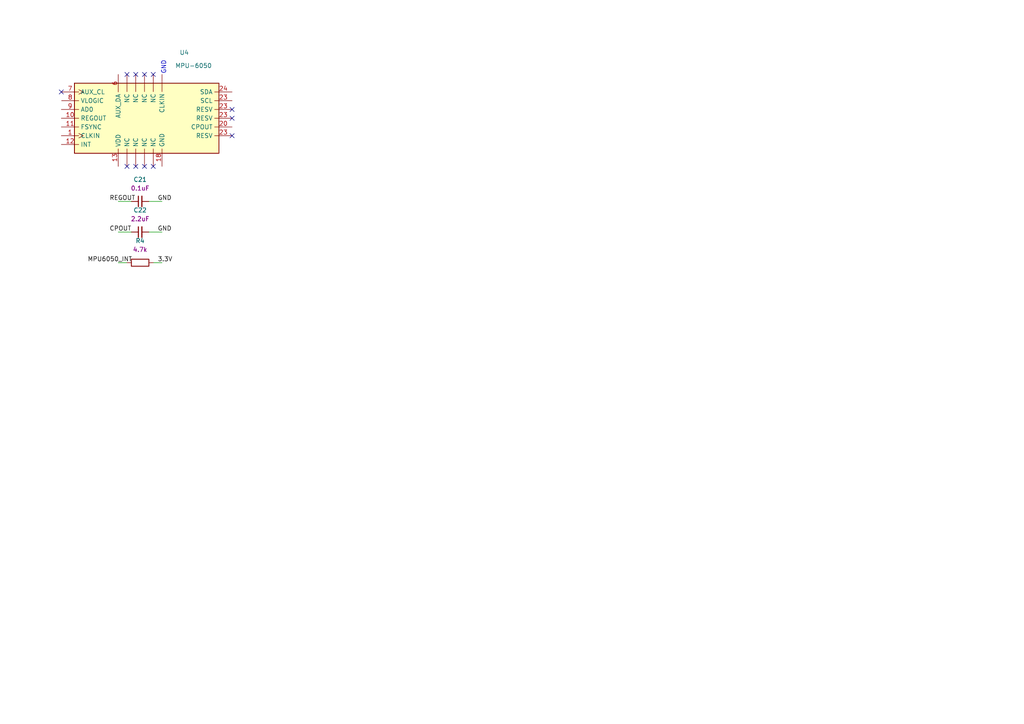
<source format=kicad_sch>
(kicad_sch (version 20230121) (generator eeschema)
  (paper "A4")
  (lib_symbols
    (symbol "PCM_4ms_Capacitor:0.1uF_0603_16V" (pin_numbers hide) (pin_names (offset 0.254) hide)
      (property "Reference" "C" (at 1.905 1.27 0))
      (property "Display" "0.1uF" (at 1.905 -1.27 0))
      (symbol "0.1uF_0603_16V_0_1"
        (polyline (pts (xy -1.524 -0.508) (xy 1.524 -0.508)) (stroke (width 0.3302)))
        (polyline (pts (xy -1.524 0.508) (xy 1.524 0.508)) (stroke (width 0.3048)))
      )
      (symbol "0.1uF_0603_16V_1_1"
        (pin passive line (at 0 2.54 270) (length 2.032) (name "~") (number "1"))
        (pin passive line (at 0 -2.54 90) (length 2.032) (name "~") (number "2"))
      )
    )
    (symbol "PCM_4ms_Capacitor:2.2uF_0603_25V" (pin_numbers hide) (pin_names (offset 0.254) hide)
      (property "Reference" "C" (at 1.905 1.27 0))
      (property "Display" "2.2uF" (at 1.905 -1.27 0))
      (symbol "2.2uF_0603_25V_0_1"
        (polyline (pts (xy -1.524 -0.508) (xy 1.524 -0.508)) (stroke (width 0.3302)))
        (polyline (pts (xy -1.524 0.508) (xy 1.524 0.508)) (stroke (width 0.3048)))
      )
      (symbol "2.2uF_0603_25V_1_1"
        (pin passive line (at 0 2.54 270) (length 2.032) (name "~") (number "1"))
        (pin passive line (at 0 -2.54 90) (length 2.032) (name "~") (number "2"))
      )
    )
    (symbol "PCM_4ms_Resistor:4.7k_0603" (pin_numbers hide) (pin_names (offset 0))
      (property "Reference" "R" (at 2.032 0 90))
      (property "Display" "4.7k" (at 3.81 0 90))
      (symbol "4.7k_0603_0_1"
        (rectangle (start -1.016 -2.54) (end 1.016 2.54) (stroke (width 0.254)))
      )
      (symbol "4.7k_0603_1_1"
        (pin passive line (at 0 3.81 270) (length 1.27) (name "~") (number "1"))
        (pin passive line (at 0 -3.81 90) (length 1.27) (name "~") (number "2"))
      )
    )
    (symbol "Sensor_Motion:MPU-6050"
      (property "Reference" "U4" (at 7.62 22.86 0))
      (property "Value" "MPU-6050" (at 6.35 19.05 0))
      (symbol "MPU-6050_0_0"
        (text "" (at 12.7 -2.54 0) (effects (font (size 1.27 1.27))))
      )
      (symbol "MPU-6050_0_1"
        (rectangle (start -20.32 10.16) (end 21.59 -10.16) (stroke (width 0.254)) (fill (type background)))
      )
      (symbol "MPU-6050_1_1"
        (pin power_out line (at 5.08 12.7 270) (length 5) (name "CLKIN") (number ""))
        (pin power_in line (at -5.08 -13.97 90) (length 5.08) (name "NC") (number ""))
        (pin power_in line (at -5.08 12.7 270) (length 5) (name "NC") (number ""))
        (pin power_in line (at -2.54 -13.97 90) (length 5.08) (name "NC") (number ""))
        (pin power_in line (at -2.54 12.7 270) (length 5) (name "NC") (number ""))
        (pin power_in line (at 0 -13.97 90) (length 5.08) (name "NC") (number ""))
        (pin power_in line (at 0 12.7 270) (length 5) (name "NC") (number ""))
        (pin power_in line (at 2.54 -13.97 90) (length 5.08) (name "NC") (number ""))
        (pin power_in line (at 2.54 12.7 270) (length 5) (name "NC") (number ""))
        (pin input clock (at -24.13 -5.08 0) (length 5.08) (name "CLKIN") (number "1"))
        (pin passive line (at -24.13 0 0) (length 5.08) (name "REGOUT") (number "10"))
        (pin input line (at -24.13 -2.54 0) (length 5.08) (name "FSYNC") (number "11"))
        (pin output line (at -24.13 -7.62 0) (length 5.08) (name "INT") (number "12"))
        (pin power_in line (at -7.62 -13.97 90) (length 5.08) (name "VDD") (number "13"))
        (pin no_connect line (at -12.7 -10.16 0) (length 2.54) hide (name "NC") (number "14"))
        (pin no_connect line (at 12.7 12.7 180) (length 2.54) hide (name "NC") (number "15"))
        (pin no_connect line (at 12.7 10.16 180) (length 2.54) hide (name "NC") (number "16"))
        (pin no_connect line (at 12.7 5.08 180) (length 2.54) hide (name "NC") (number "17"))
        (pin power_in line (at 5.08 -13.97 90) (length 5.08) (name "GND") (number "18"))
        (pin no_connect line (at 38.1 -8.89 180) (length 2.54) hide (name "RESV") (number "19"))
        (pin no_connect line (at -12.7 12.7 0) (length 2.54) hide (name "NC") (number "2"))
        (pin passive line (at 25.4 -2.54 180) (length 5.08) (name "CPOUT") (number "20"))
        (pin no_connect line (at 39.37 -21.59 180) (length 2.54) hide (name "RESV") (number "21"))
        (pin no_connect line (at 38.1 -12.7 180) (length 2.54) hide (name "RESV") (number "22"))
        (pin input line (at 25.4 -5.08 180) (length 5.08) (name "RESV") (number "23"))
        (pin input line (at 25.4 0 180) (length 5.08) (name "RESV") (number "23"))
        (pin input line (at 25.4 2.54 180) (length 5.08) (name "RESV") (number "23"))
        (pin input line (at 25.4 5.08 180) (length 5.08) (name "SCL") (number "23"))
        (pin bidirectional line (at 25.4 7.62 180) (length 5.08) (name "SDA") (number "24"))
        (pin no_connect line (at -10.16 10.16 0) (length 2.54) hide (name "NC") (number "3"))
        (pin no_connect line (at -10.16 0 0) (length 2.54) hide (name "NC") (number "4"))
        (pin no_connect line (at -10.16 -2.54 0) (length 2.54) hide (name "NC") (number "5"))
        (pin bidirectional line (at -7.62 12.7 270) (length 5.08) (name "AUX_DA") (number "6"))
        (pin output clock (at -24.13 7.62 0) (length 5.08) (name "AUX_CL") (number "7"))
        (pin power_in line (at -24.05 5.08 0) (length 5) (name "VLOGIC") (number "8"))
        (pin input line (at -24.13 2.54 0) (length 5.08) (name "AD0") (number "9"))
      )
    )
  )
  (no_connect (at 67.31 31.75))
  (no_connect (at 36.83 48.26))
  (no_connect (at 41.91 21.59))
  (no_connect (at 39.37 48.26))
  (no_connect (at 44.45 21.59))
  (no_connect (at 17.78 26.67))
  (no_connect (at 44.45 48.26))
  (no_connect (at 67.31 34.29))
  (no_connect (at 67.31 39.37))
  (no_connect (at 41.91 48.26))
  (no_connect (at 39.37 21.59))
  (no_connect (at 36.83 21.59))
  (wire (pts (xy 44.45 76.2) (xy 46.99 76.2)))
  (wire (pts (xy 43.18 67.31) (xy 46.99 67.31)))
  (wire (pts (xy 43.18 58.42) (xy 46.99 58.42)))
  (wire (pts (xy 34.29 67.31) (xy 38.1 67.31)))
  (wire (pts (xy 34.29 58.42) (xy 38.1 58.42)))
  (wire (pts (xy 34.29 76.2) (xy 36.83 76.2)))
  (text "GND\n" (at 48.26 21.59 90) (effects (font (size 1.27 1.27)) (justify left bottom)))
  (label "3.3V" (at 45.72 76.2 0))
  (label "REGOUT" (at 31.75 58.42 0))
  (label "CPOUT" (at 31.75 67.31 0))
  (label "MPU6050_INT" (at 25.4 76.2 0))
  (label "GND" (at 45.72 58.42 0))
  (label "GND" (at 45.72 67.31 0))
  (symbol (lib_id "Sensor_Motion:MPU-6050") (at 41.91 34.29 0) (unit 1)
    (property "Reference" "U4" (at 52.07 15.24 0) (effects (justify left)))
    (property "Value" "MPU-6050" (at 50.8 19.05 0) (effects (justify left)))
    (property "Footprint" "Sensor_Motion:InvenSense_QFN-24_4x4mm_P0.5mm" (effects hide))
    (property "Datasheet" "https://invensense.tdk.com/wp-content/uploads/2015/02/MPU-6000-Datasheet1.pdf" (effects hide))
  )
  (symbol (lib_id "PCM_4ms_Capacitor:0.1uF_0603_16V") (at 40.64 58.42 90) (unit 1)
    (property "Reference" "C21" (at 40.6463 52.07 90))
    (property "Value" "0.1uF_0603_16V" (effects hide))
    (property "Footprint" "4ms_Capacitor:C_0603" (effects hide))
    (property "Specifications" "0.1uF, Min. 16V 10%, X7R or X5R or similar" (effects hide))
    (property "Manufacturer" "AVX Corporation" (effects hide))
    (property "Part Number" "0603YC104KAT2A" (effects hide))
    (property "Display" "0.1uF" (at 40.6463 54.61 90))
    (property "JLCPCB ID" "C14663" (effects hide))
  )
  (symbol (lib_id "PCM_4ms_Resistor:4.7k_0603") (at 40.64 76.2 270) (unit 1)
    (property "Reference" "R4" (at 40.64 69.85 90))
    (property "Value" "4.7k_0603" (effects hide))
    (property "Footprint" "4ms_Resistor:R_0603" (effects hide))
    (property "Specifications" "4k7, 1%, 1/10W, 0603" (effects hide))
    (property "Manufacturer" "Yageo" (effects hide))
    (property "Part Number" "RC0603FR-074K7L" (effects hide))
    (property "Display" "4.7k" (at 40.64 72.39 90))
    (property "JLCPCB ID" "C23162" (effects hide))
  )
  (symbol (lib_id "PCM_4ms_Capacitor:2.2uF_0603_25V") (at 40.64 67.31 90) (unit 1)
    (property "Reference" "C22" (at 40.6463 60.96 90))
    (property "Value" "2.2uF_0603_25V" (effects hide))
    (property "Footprint" "4ms_Capacitor:C_0603" (effects hide))
    (property "Specifications" "2.2uF, Min 25V 10% X5R" (effects hide))
    (property "Manufacturer" "Murata" (effects hide))
    (property "Part Number" "GRM188R6YA225KA12D" (effects hide))
    (property "Display" "2.2uF" (at 40.6463 63.5 90))
    (property "JLCPCB ID" "C57895" (effects hide))
  )
)
</source>
